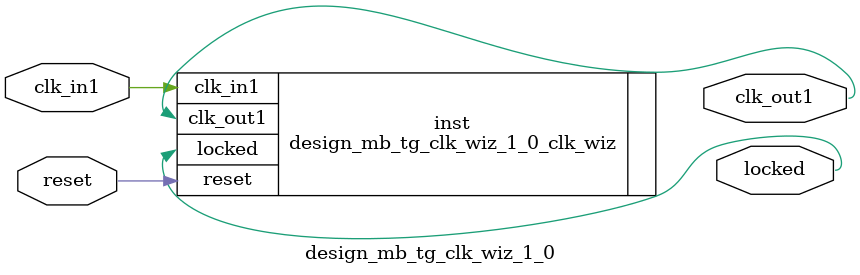
<source format=v>


`timescale 1ps/1ps

(* CORE_GENERATION_INFO = "design_mb_tg_clk_wiz_1_0,clk_wiz_v6_0_5_0_0,{component_name=design_mb_tg_clk_wiz_1_0,use_phase_alignment=true,use_min_o_jitter=false,use_max_i_jitter=false,use_dyn_phase_shift=false,use_inclk_switchover=false,use_dyn_reconfig=false,enable_axi=0,feedback_source=FDBK_AUTO,PRIMITIVE=MMCM,num_out_clk=1,clkin1_period=10.000,clkin2_period=10.000,use_power_down=false,use_reset=true,use_locked=true,use_inclk_stopped=false,feedback_type=SINGLE,CLOCK_MGR_TYPE=NA,manual_override=false}" *)

module design_mb_tg_clk_wiz_1_0 
 (
  // Clock out ports
  output        clk_out1,
  // Status and control signals
  input         reset,
  output        locked,
 // Clock in ports
  input         clk_in1
 );

  design_mb_tg_clk_wiz_1_0_clk_wiz inst
  (
  // Clock out ports  
  .clk_out1(clk_out1),
  // Status and control signals               
  .reset(reset), 
  .locked(locked),
 // Clock in ports
  .clk_in1(clk_in1)
  );

endmodule

</source>
